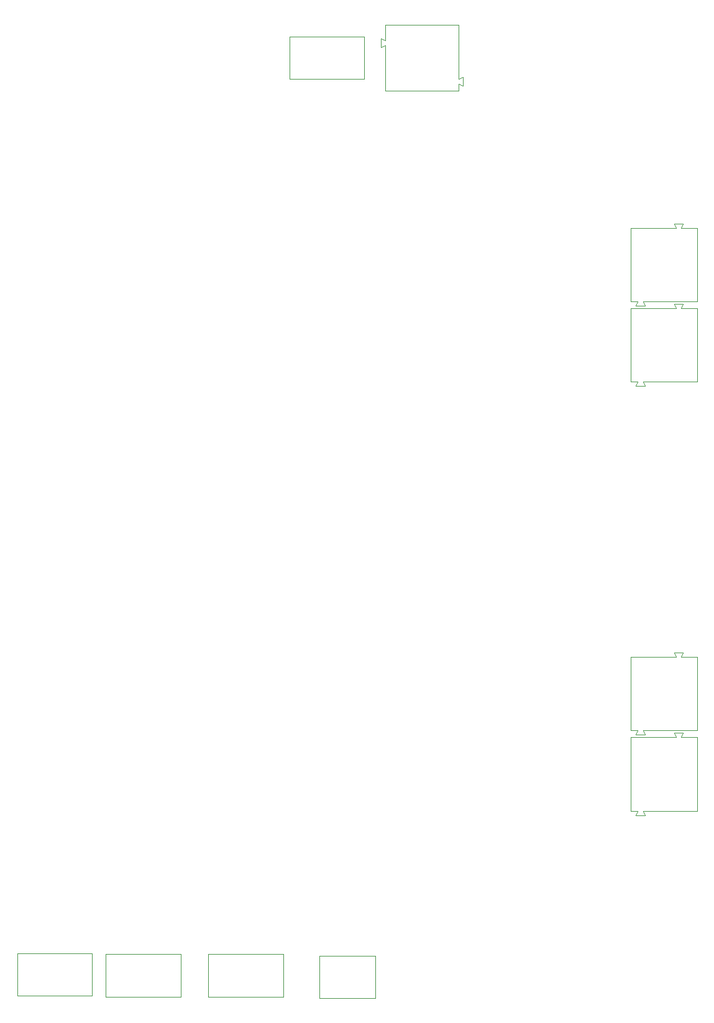
<source format=gbr>
%TF.GenerationSoftware,Altium Limited,Altium Designer,21.6.4 (81)*%
G04 Layer_Color=32768*
%FSLAX43Y43*%
%MOMM*%
%TF.SameCoordinates,51A45B19-5AA5-45A3-BC04-4EA5AD39BA57*%
%TF.FilePolarity,Positive*%
%TF.FileFunction,Other,Bottom_Component_Outline*%
%TF.Part,Single*%
G01*
G75*
%TA.AperFunction,NonConductor*%
%ADD47C,0.100*%
D47*
X167052Y127150D02*
Y134500D01*
Y125500D02*
Y126450D01*
X157052Y125500D02*
X167052D01*
X157052Y134500D02*
X167052D01*
X157052Y132350D02*
Y134500D01*
Y125500D02*
Y131650D01*
X156452Y131400D02*
Y132600D01*
X157052Y132350D01*
X156452Y131400D02*
X157052Y131650D01*
X167052Y126450D02*
X167652Y126200D01*
Y127400D01*
X167052Y127150D02*
X167652Y127400D01*
X106914Y8026D02*
X117114D01*
Y2226D02*
Y8026D01*
X106914Y2226D02*
X117114D01*
X106914D02*
Y8026D01*
X192150Y27425D02*
X192400Y26825D01*
X191200D02*
X192400D01*
X191200D02*
X191450Y27425D01*
X196400Y38025D02*
X196650Y37425D01*
X197350D02*
X197600Y38025D01*
X196400D02*
X197600D01*
X190500Y37425D02*
X196650D01*
X197350D02*
X199500D01*
Y27425D02*
Y37425D01*
X190500Y27425D02*
Y37425D01*
Y27425D02*
X191450D01*
X192150D02*
X199500D01*
X192150Y96814D02*
X192400Y96214D01*
X191200D02*
X192400D01*
X191200D02*
X191450Y96814D01*
X196400Y107414D02*
X196650Y106814D01*
X197350D02*
X197600Y107414D01*
X196400D02*
X197600D01*
X190500Y106814D02*
X196650D01*
X197350D02*
X199500D01*
Y96814D02*
Y106814D01*
X190500Y96814D02*
Y106814D01*
Y96814D02*
X191450D01*
X192150D02*
X199500D01*
X192150Y38394D02*
X192400Y37794D01*
X191200D02*
X192400D01*
X191200D02*
X191450Y38394D01*
X196400Y48994D02*
X196650Y48394D01*
X197350D02*
X197600Y48994D01*
X196400D02*
X197600D01*
X190500Y48394D02*
X196650D01*
X197350D02*
X199500D01*
Y38394D02*
Y48394D01*
X190500Y38394D02*
Y48394D01*
Y38394D02*
X191450D01*
X192150D02*
X199500D01*
X192150Y85892D02*
X192400Y85292D01*
X191200D02*
X192400D01*
X191200D02*
X191450Y85892D01*
X196400Y96492D02*
X196650Y95892D01*
X197350D02*
X197600Y96492D01*
X196400D02*
X197600D01*
X190500Y95892D02*
X196650D01*
X197350D02*
X199500D01*
Y85892D02*
Y95892D01*
X190500Y85892D02*
Y95892D01*
Y85892D02*
X191450D01*
X192150D02*
X199500D01*
X143998Y132900D02*
X154198D01*
Y127100D02*
Y132900D01*
X143998Y127100D02*
X154198D01*
X143998D02*
Y132900D01*
X132949Y2100D02*
Y7900D01*
Y2100D02*
X143149D01*
Y7900D01*
X132949D02*
X143149D01*
X118979Y2100D02*
Y7900D01*
Y2100D02*
X129179D01*
Y7900D01*
X118979D02*
X129179D01*
X155722Y1880D02*
Y7680D01*
X148062D02*
X155722D01*
X148062Y1880D02*
Y7680D01*
Y1880D02*
X155722D01*
%TF.MD5,9b64bc34755f7ac0d570a529f758f107*%
M02*

</source>
